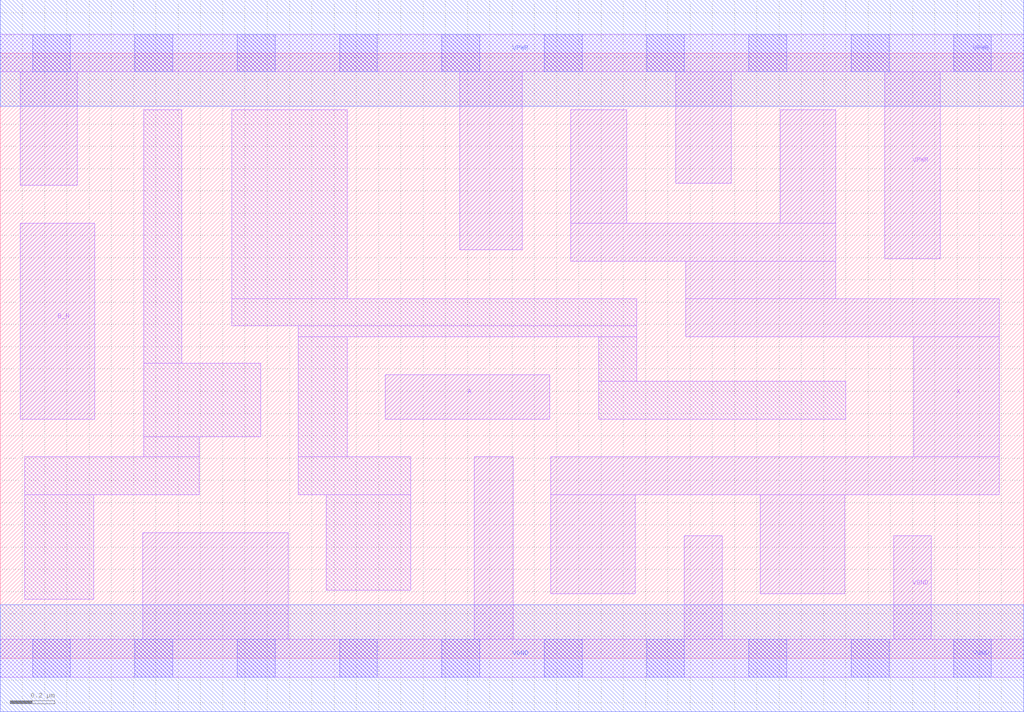
<source format=lef>
# Copyright 2020 The SkyWater PDK Authors
#
# Licensed under the Apache License, Version 2.0 (the "License");
# you may not use this file except in compliance with the License.
# You may obtain a copy of the License at
#
#     https://www.apache.org/licenses/LICENSE-2.0
#
# Unless required by applicable law or agreed to in writing, software
# distributed under the License is distributed on an "AS IS" BASIS,
# WITHOUT WARRANTIES OR CONDITIONS OF ANY KIND, either express or implied.
# See the License for the specific language governing permissions and
# limitations under the License.
#
# SPDX-License-Identifier: Apache-2.0

VERSION 5.7 ;
  NAMESCASESENSITIVE ON ;
  NOWIREEXTENSIONATPIN ON ;
  DIVIDERCHAR "/" ;
  BUSBITCHARS "[]" ;
UNITS
  DATABASE MICRONS 200 ;
END UNITS
PROPERTYDEFINITIONS
  MACRO maskLayoutSubType STRING ;
  MACRO prCellType STRING ;
  MACRO originalViewName STRING ;
END PROPERTYDEFINITIONS
MACRO sky130_fd_sc_hdll__or2b_4
  CLASS CORE ;
  FOREIGN sky130_fd_sc_hdll__or2b_4 ;
  ORIGIN  0.000000  0.000000 ;
  SIZE  4.600000 BY  2.720000 ;
  SYMMETRY X Y R90 ;
  SITE unithd ;
  PIN A
    ANTENNAGATEAREA  0.277500 ;
    DIRECTION INPUT ;
    USE SIGNAL ;
    PORT
      LAYER li1 ;
        RECT 1.730000 1.075000 2.470000 1.275000 ;
    END
  END A
  PIN B_N
    ANTENNAGATEAREA  0.138600 ;
    DIRECTION INPUT ;
    USE SIGNAL ;
    PORT
      LAYER li1 ;
        RECT 0.090000 1.075000 0.425000 1.955000 ;
    END
  END B_N
  PIN VGND
    ANTENNADIFFAREA  1.112050 ;
    DIRECTION INOUT ;
    USE SIGNAL ;
    PORT
      LAYER li1 ;
        RECT 0.000000 -0.085000 4.600000 0.085000 ;
        RECT 0.640000  0.085000 1.295000 0.565000 ;
        RECT 2.130000  0.085000 2.305000 0.905000 ;
        RECT 3.075000  0.085000 3.245000 0.550000 ;
        RECT 4.015000  0.085000 4.185000 0.550000 ;
      LAYER mcon ;
        RECT 0.145000 -0.085000 0.315000 0.085000 ;
        RECT 0.605000 -0.085000 0.775000 0.085000 ;
        RECT 1.065000 -0.085000 1.235000 0.085000 ;
        RECT 1.525000 -0.085000 1.695000 0.085000 ;
        RECT 1.985000 -0.085000 2.155000 0.085000 ;
        RECT 2.445000 -0.085000 2.615000 0.085000 ;
        RECT 2.905000 -0.085000 3.075000 0.085000 ;
        RECT 3.365000 -0.085000 3.535000 0.085000 ;
        RECT 3.825000 -0.085000 3.995000 0.085000 ;
        RECT 4.285000 -0.085000 4.455000 0.085000 ;
      LAYER met1 ;
        RECT 0.000000 -0.240000 4.600000 0.240000 ;
    END
  END VGND
  PIN VPWR
    ANTENNADIFFAREA  1.068400 ;
    DIRECTION INOUT ;
    USE SIGNAL ;
    PORT
      LAYER li1 ;
        RECT 0.000000 2.635000 4.600000 2.805000 ;
        RECT 0.090000 2.125000 0.345000 2.635000 ;
        RECT 2.065000 1.835000 2.345000 2.635000 ;
        RECT 3.035000 2.135000 3.285000 2.635000 ;
        RECT 3.975000 1.795000 4.225000 2.635000 ;
      LAYER mcon ;
        RECT 0.145000 2.635000 0.315000 2.805000 ;
        RECT 0.605000 2.635000 0.775000 2.805000 ;
        RECT 1.065000 2.635000 1.235000 2.805000 ;
        RECT 1.525000 2.635000 1.695000 2.805000 ;
        RECT 1.985000 2.635000 2.155000 2.805000 ;
        RECT 2.445000 2.635000 2.615000 2.805000 ;
        RECT 2.905000 2.635000 3.075000 2.805000 ;
        RECT 3.365000 2.635000 3.535000 2.805000 ;
        RECT 3.825000 2.635000 3.995000 2.805000 ;
        RECT 4.285000 2.635000 4.455000 2.805000 ;
      LAYER met1 ;
        RECT 0.000000 2.480000 4.600000 2.960000 ;
    END
  END VPWR
  PIN X
    ANTENNADIFFAREA  1.028500 ;
    DIRECTION OUTPUT ;
    USE SIGNAL ;
    PORT
      LAYER li1 ;
        RECT 2.475000 0.290000 2.855000 0.735000 ;
        RECT 2.475000 0.735000 4.490000 0.905000 ;
        RECT 2.565000 1.785000 3.755000 1.955000 ;
        RECT 2.565000 1.955000 2.815000 2.465000 ;
        RECT 3.080000 1.445000 4.490000 1.615000 ;
        RECT 3.080000 1.615000 3.755000 1.785000 ;
        RECT 3.415000 0.290000 3.795000 0.735000 ;
        RECT 3.505000 1.955000 3.755000 2.465000 ;
        RECT 4.105000 0.905000 4.490000 1.445000 ;
    END
  END X
  OBS
    LAYER li1 ;
      RECT 0.110000 0.265000 0.420000 0.735000 ;
      RECT 0.110000 0.735000 0.895000 0.905000 ;
      RECT 0.645000 0.905000 0.895000 0.995000 ;
      RECT 0.645000 0.995000 1.170000 1.325000 ;
      RECT 0.645000 1.325000 0.815000 2.465000 ;
      RECT 1.040000 1.495000 2.860000 1.615000 ;
      RECT 1.040000 1.615000 1.560000 2.465000 ;
      RECT 1.340000 0.735000 1.845000 0.905000 ;
      RECT 1.340000 0.905000 1.560000 1.445000 ;
      RECT 1.340000 1.445000 2.860000 1.495000 ;
      RECT 1.465000 0.305000 1.845000 0.735000 ;
      RECT 2.690000 1.075000 3.800000 1.245000 ;
      RECT 2.690000 1.245000 2.860000 1.445000 ;
  END
  PROPERTY maskLayoutSubType "abstract" ;
  PROPERTY prCellType "standard" ;
  PROPERTY originalViewName "layout" ;
END sky130_fd_sc_hdll__or2b_4

</source>
